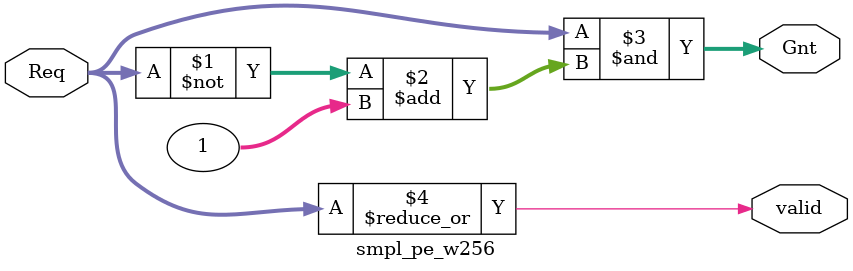
<source format=v>
module smpl_pe_w256(
    input              [ 255: 0]        Req                        ,
    output             [ 255: 0]        Gnt                        ,
    output                              valid                       
);
    assign Gnt = Req & (~Req + 1);
    assign valid = |Req;
                                                             
endmodule
</source>
